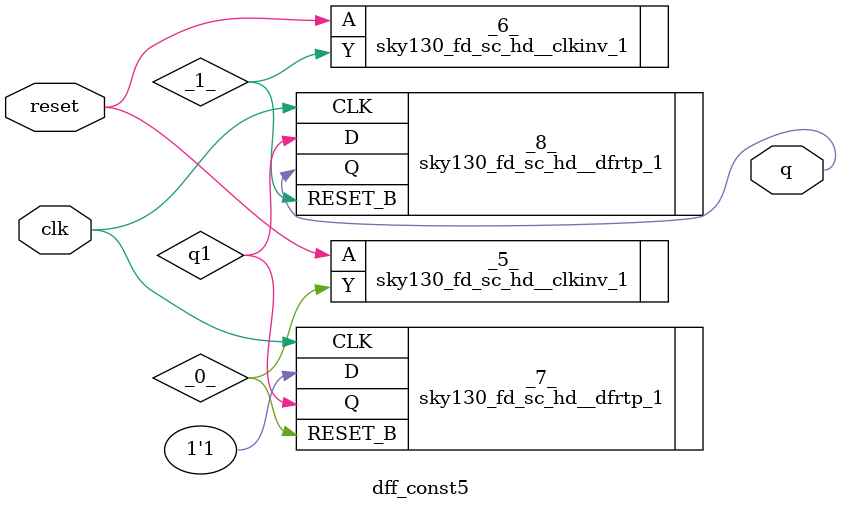
<source format=v>
/* Generated by Yosys 0.47+121 (git sha1 98b4affc4, g++ 13.2.0-23ubuntu4 -fPIC -O3) */

module dff_const5(clk, reset, q);
  wire _0_;
  wire _1_;
  wire _2_;
  wire _3_;
  wire _4_;
  input clk;
  wire clk;
  output q;
  wire q;
  wire q1;
  input reset;
  wire reset;
  sky130_fd_sc_hd__clkinv_1 _5_ (
    .A(_2_),
    .Y(_0_)
  );
  sky130_fd_sc_hd__clkinv_1 _6_ (
    .A(_2_),
    .Y(_1_)
  );
  sky130_fd_sc_hd__dfrtp_1 _7_ (
    .CLK(clk),
    .D(1'h1),
    .Q(q1),
    .RESET_B(_3_)
  );
  sky130_fd_sc_hd__dfrtp_1 _8_ (
    .CLK(clk),
    .D(q1),
    .Q(q),
    .RESET_B(_4_)
  );
  assign _2_ = reset;
  assign _3_ = _0_;
  assign _4_ = _1_;
endmodule

</source>
